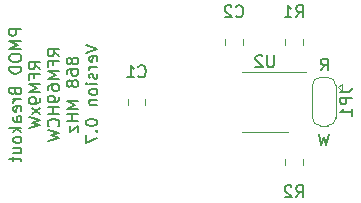
<source format=gbr>
%TF.GenerationSoftware,KiCad,Pcbnew,7.0.10*%
%TF.CreationDate,2024-01-17T19:42:08+01:00*%
%TF.ProjectId,RFM9xW_868,52464d39-7857-45f3-9836-382e6b696361,rev?*%
%TF.SameCoordinates,Original*%
%TF.FileFunction,Legend,Bot*%
%TF.FilePolarity,Positive*%
%FSLAX46Y46*%
G04 Gerber Fmt 4.6, Leading zero omitted, Abs format (unit mm)*
G04 Created by KiCad (PCBNEW 7.0.10) date 2024-01-17 19:42:08*
%MOMM*%
%LPD*%
G01*
G04 APERTURE LIST*
%ADD10C,0.150000*%
%ADD11C,0.120000*%
G04 APERTURE END LIST*
D10*
X120419819Y-43371190D02*
X119419819Y-43371190D01*
X119419819Y-43371190D02*
X119419819Y-43752142D01*
X119419819Y-43752142D02*
X119467438Y-43847380D01*
X119467438Y-43847380D02*
X119515057Y-43894999D01*
X119515057Y-43894999D02*
X119610295Y-43942618D01*
X119610295Y-43942618D02*
X119753152Y-43942618D01*
X119753152Y-43942618D02*
X119848390Y-43894999D01*
X119848390Y-43894999D02*
X119896009Y-43847380D01*
X119896009Y-43847380D02*
X119943628Y-43752142D01*
X119943628Y-43752142D02*
X119943628Y-43371190D01*
X120419819Y-44371190D02*
X119419819Y-44371190D01*
X119419819Y-44371190D02*
X120134104Y-44704523D01*
X120134104Y-44704523D02*
X119419819Y-45037856D01*
X119419819Y-45037856D02*
X120419819Y-45037856D01*
X119419819Y-45704523D02*
X119419819Y-45894999D01*
X119419819Y-45894999D02*
X119467438Y-45990237D01*
X119467438Y-45990237D02*
X119562676Y-46085475D01*
X119562676Y-46085475D02*
X119753152Y-46133094D01*
X119753152Y-46133094D02*
X120086485Y-46133094D01*
X120086485Y-46133094D02*
X120276961Y-46085475D01*
X120276961Y-46085475D02*
X120372200Y-45990237D01*
X120372200Y-45990237D02*
X120419819Y-45894999D01*
X120419819Y-45894999D02*
X120419819Y-45704523D01*
X120419819Y-45704523D02*
X120372200Y-45609285D01*
X120372200Y-45609285D02*
X120276961Y-45514047D01*
X120276961Y-45514047D02*
X120086485Y-45466428D01*
X120086485Y-45466428D02*
X119753152Y-45466428D01*
X119753152Y-45466428D02*
X119562676Y-45514047D01*
X119562676Y-45514047D02*
X119467438Y-45609285D01*
X119467438Y-45609285D02*
X119419819Y-45704523D01*
X120419819Y-46561666D02*
X119419819Y-46561666D01*
X119419819Y-46561666D02*
X119419819Y-46799761D01*
X119419819Y-46799761D02*
X119467438Y-46942618D01*
X119467438Y-46942618D02*
X119562676Y-47037856D01*
X119562676Y-47037856D02*
X119657914Y-47085475D01*
X119657914Y-47085475D02*
X119848390Y-47133094D01*
X119848390Y-47133094D02*
X119991247Y-47133094D01*
X119991247Y-47133094D02*
X120181723Y-47085475D01*
X120181723Y-47085475D02*
X120276961Y-47037856D01*
X120276961Y-47037856D02*
X120372200Y-46942618D01*
X120372200Y-46942618D02*
X120419819Y-46799761D01*
X120419819Y-46799761D02*
X120419819Y-46561666D01*
X119896009Y-48656904D02*
X119943628Y-48799761D01*
X119943628Y-48799761D02*
X119991247Y-48847380D01*
X119991247Y-48847380D02*
X120086485Y-48894999D01*
X120086485Y-48894999D02*
X120229342Y-48894999D01*
X120229342Y-48894999D02*
X120324580Y-48847380D01*
X120324580Y-48847380D02*
X120372200Y-48799761D01*
X120372200Y-48799761D02*
X120419819Y-48704523D01*
X120419819Y-48704523D02*
X120419819Y-48323571D01*
X120419819Y-48323571D02*
X119419819Y-48323571D01*
X119419819Y-48323571D02*
X119419819Y-48656904D01*
X119419819Y-48656904D02*
X119467438Y-48752142D01*
X119467438Y-48752142D02*
X119515057Y-48799761D01*
X119515057Y-48799761D02*
X119610295Y-48847380D01*
X119610295Y-48847380D02*
X119705533Y-48847380D01*
X119705533Y-48847380D02*
X119800771Y-48799761D01*
X119800771Y-48799761D02*
X119848390Y-48752142D01*
X119848390Y-48752142D02*
X119896009Y-48656904D01*
X119896009Y-48656904D02*
X119896009Y-48323571D01*
X120419819Y-49323571D02*
X119753152Y-49323571D01*
X119943628Y-49323571D02*
X119848390Y-49371190D01*
X119848390Y-49371190D02*
X119800771Y-49418809D01*
X119800771Y-49418809D02*
X119753152Y-49514047D01*
X119753152Y-49514047D02*
X119753152Y-49609285D01*
X120372200Y-50323571D02*
X120419819Y-50228333D01*
X120419819Y-50228333D02*
X120419819Y-50037857D01*
X120419819Y-50037857D02*
X120372200Y-49942619D01*
X120372200Y-49942619D02*
X120276961Y-49895000D01*
X120276961Y-49895000D02*
X119896009Y-49895000D01*
X119896009Y-49895000D02*
X119800771Y-49942619D01*
X119800771Y-49942619D02*
X119753152Y-50037857D01*
X119753152Y-50037857D02*
X119753152Y-50228333D01*
X119753152Y-50228333D02*
X119800771Y-50323571D01*
X119800771Y-50323571D02*
X119896009Y-50371190D01*
X119896009Y-50371190D02*
X119991247Y-50371190D01*
X119991247Y-50371190D02*
X120086485Y-49895000D01*
X120419819Y-51228333D02*
X119896009Y-51228333D01*
X119896009Y-51228333D02*
X119800771Y-51180714D01*
X119800771Y-51180714D02*
X119753152Y-51085476D01*
X119753152Y-51085476D02*
X119753152Y-50895000D01*
X119753152Y-50895000D02*
X119800771Y-50799762D01*
X120372200Y-51228333D02*
X120419819Y-51133095D01*
X120419819Y-51133095D02*
X120419819Y-50895000D01*
X120419819Y-50895000D02*
X120372200Y-50799762D01*
X120372200Y-50799762D02*
X120276961Y-50752143D01*
X120276961Y-50752143D02*
X120181723Y-50752143D01*
X120181723Y-50752143D02*
X120086485Y-50799762D01*
X120086485Y-50799762D02*
X120038866Y-50895000D01*
X120038866Y-50895000D02*
X120038866Y-51133095D01*
X120038866Y-51133095D02*
X119991247Y-51228333D01*
X120419819Y-51704524D02*
X119419819Y-51704524D01*
X120038866Y-51799762D02*
X120419819Y-52085476D01*
X119753152Y-52085476D02*
X120134104Y-51704524D01*
X120419819Y-52656905D02*
X120372200Y-52561667D01*
X120372200Y-52561667D02*
X120324580Y-52514048D01*
X120324580Y-52514048D02*
X120229342Y-52466429D01*
X120229342Y-52466429D02*
X119943628Y-52466429D01*
X119943628Y-52466429D02*
X119848390Y-52514048D01*
X119848390Y-52514048D02*
X119800771Y-52561667D01*
X119800771Y-52561667D02*
X119753152Y-52656905D01*
X119753152Y-52656905D02*
X119753152Y-52799762D01*
X119753152Y-52799762D02*
X119800771Y-52895000D01*
X119800771Y-52895000D02*
X119848390Y-52942619D01*
X119848390Y-52942619D02*
X119943628Y-52990238D01*
X119943628Y-52990238D02*
X120229342Y-52990238D01*
X120229342Y-52990238D02*
X120324580Y-52942619D01*
X120324580Y-52942619D02*
X120372200Y-52895000D01*
X120372200Y-52895000D02*
X120419819Y-52799762D01*
X120419819Y-52799762D02*
X120419819Y-52656905D01*
X119753152Y-53847381D02*
X120419819Y-53847381D01*
X119753152Y-53418810D02*
X120276961Y-53418810D01*
X120276961Y-53418810D02*
X120372200Y-53466429D01*
X120372200Y-53466429D02*
X120419819Y-53561667D01*
X120419819Y-53561667D02*
X120419819Y-53704524D01*
X120419819Y-53704524D02*
X120372200Y-53799762D01*
X120372200Y-53799762D02*
X120324580Y-53847381D01*
X119753152Y-54180715D02*
X119753152Y-54561667D01*
X119419819Y-54323572D02*
X120276961Y-54323572D01*
X120276961Y-54323572D02*
X120372200Y-54371191D01*
X120372200Y-54371191D02*
X120419819Y-54466429D01*
X120419819Y-54466429D02*
X120419819Y-54561667D01*
X122029819Y-46752142D02*
X121553628Y-46418809D01*
X122029819Y-46180714D02*
X121029819Y-46180714D01*
X121029819Y-46180714D02*
X121029819Y-46561666D01*
X121029819Y-46561666D02*
X121077438Y-46656904D01*
X121077438Y-46656904D02*
X121125057Y-46704523D01*
X121125057Y-46704523D02*
X121220295Y-46752142D01*
X121220295Y-46752142D02*
X121363152Y-46752142D01*
X121363152Y-46752142D02*
X121458390Y-46704523D01*
X121458390Y-46704523D02*
X121506009Y-46656904D01*
X121506009Y-46656904D02*
X121553628Y-46561666D01*
X121553628Y-46561666D02*
X121553628Y-46180714D01*
X121506009Y-47514047D02*
X121506009Y-47180714D01*
X122029819Y-47180714D02*
X121029819Y-47180714D01*
X121029819Y-47180714D02*
X121029819Y-47656904D01*
X122029819Y-48037857D02*
X121029819Y-48037857D01*
X121029819Y-48037857D02*
X121744104Y-48371190D01*
X121744104Y-48371190D02*
X121029819Y-48704523D01*
X121029819Y-48704523D02*
X122029819Y-48704523D01*
X122029819Y-49228333D02*
X122029819Y-49418809D01*
X122029819Y-49418809D02*
X121982200Y-49514047D01*
X121982200Y-49514047D02*
X121934580Y-49561666D01*
X121934580Y-49561666D02*
X121791723Y-49656904D01*
X121791723Y-49656904D02*
X121601247Y-49704523D01*
X121601247Y-49704523D02*
X121220295Y-49704523D01*
X121220295Y-49704523D02*
X121125057Y-49656904D01*
X121125057Y-49656904D02*
X121077438Y-49609285D01*
X121077438Y-49609285D02*
X121029819Y-49514047D01*
X121029819Y-49514047D02*
X121029819Y-49323571D01*
X121029819Y-49323571D02*
X121077438Y-49228333D01*
X121077438Y-49228333D02*
X121125057Y-49180714D01*
X121125057Y-49180714D02*
X121220295Y-49133095D01*
X121220295Y-49133095D02*
X121458390Y-49133095D01*
X121458390Y-49133095D02*
X121553628Y-49180714D01*
X121553628Y-49180714D02*
X121601247Y-49228333D01*
X121601247Y-49228333D02*
X121648866Y-49323571D01*
X121648866Y-49323571D02*
X121648866Y-49514047D01*
X121648866Y-49514047D02*
X121601247Y-49609285D01*
X121601247Y-49609285D02*
X121553628Y-49656904D01*
X121553628Y-49656904D02*
X121458390Y-49704523D01*
X122029819Y-50037857D02*
X121363152Y-50561666D01*
X121363152Y-50037857D02*
X122029819Y-50561666D01*
X121029819Y-50847381D02*
X122029819Y-51085476D01*
X122029819Y-51085476D02*
X121315533Y-51275952D01*
X121315533Y-51275952D02*
X122029819Y-51466428D01*
X122029819Y-51466428D02*
X121029819Y-51704524D01*
X123639819Y-45656904D02*
X123163628Y-45323571D01*
X123639819Y-45085476D02*
X122639819Y-45085476D01*
X122639819Y-45085476D02*
X122639819Y-45466428D01*
X122639819Y-45466428D02*
X122687438Y-45561666D01*
X122687438Y-45561666D02*
X122735057Y-45609285D01*
X122735057Y-45609285D02*
X122830295Y-45656904D01*
X122830295Y-45656904D02*
X122973152Y-45656904D01*
X122973152Y-45656904D02*
X123068390Y-45609285D01*
X123068390Y-45609285D02*
X123116009Y-45561666D01*
X123116009Y-45561666D02*
X123163628Y-45466428D01*
X123163628Y-45466428D02*
X123163628Y-45085476D01*
X123116009Y-46418809D02*
X123116009Y-46085476D01*
X123639819Y-46085476D02*
X122639819Y-46085476D01*
X122639819Y-46085476D02*
X122639819Y-46561666D01*
X123639819Y-46942619D02*
X122639819Y-46942619D01*
X122639819Y-46942619D02*
X123354104Y-47275952D01*
X123354104Y-47275952D02*
X122639819Y-47609285D01*
X122639819Y-47609285D02*
X123639819Y-47609285D01*
X122639819Y-48514047D02*
X122639819Y-48323571D01*
X122639819Y-48323571D02*
X122687438Y-48228333D01*
X122687438Y-48228333D02*
X122735057Y-48180714D01*
X122735057Y-48180714D02*
X122877914Y-48085476D01*
X122877914Y-48085476D02*
X123068390Y-48037857D01*
X123068390Y-48037857D02*
X123449342Y-48037857D01*
X123449342Y-48037857D02*
X123544580Y-48085476D01*
X123544580Y-48085476D02*
X123592200Y-48133095D01*
X123592200Y-48133095D02*
X123639819Y-48228333D01*
X123639819Y-48228333D02*
X123639819Y-48418809D01*
X123639819Y-48418809D02*
X123592200Y-48514047D01*
X123592200Y-48514047D02*
X123544580Y-48561666D01*
X123544580Y-48561666D02*
X123449342Y-48609285D01*
X123449342Y-48609285D02*
X123211247Y-48609285D01*
X123211247Y-48609285D02*
X123116009Y-48561666D01*
X123116009Y-48561666D02*
X123068390Y-48514047D01*
X123068390Y-48514047D02*
X123020771Y-48418809D01*
X123020771Y-48418809D02*
X123020771Y-48228333D01*
X123020771Y-48228333D02*
X123068390Y-48133095D01*
X123068390Y-48133095D02*
X123116009Y-48085476D01*
X123116009Y-48085476D02*
X123211247Y-48037857D01*
X123639819Y-49085476D02*
X123639819Y-49275952D01*
X123639819Y-49275952D02*
X123592200Y-49371190D01*
X123592200Y-49371190D02*
X123544580Y-49418809D01*
X123544580Y-49418809D02*
X123401723Y-49514047D01*
X123401723Y-49514047D02*
X123211247Y-49561666D01*
X123211247Y-49561666D02*
X122830295Y-49561666D01*
X122830295Y-49561666D02*
X122735057Y-49514047D01*
X122735057Y-49514047D02*
X122687438Y-49466428D01*
X122687438Y-49466428D02*
X122639819Y-49371190D01*
X122639819Y-49371190D02*
X122639819Y-49180714D01*
X122639819Y-49180714D02*
X122687438Y-49085476D01*
X122687438Y-49085476D02*
X122735057Y-49037857D01*
X122735057Y-49037857D02*
X122830295Y-48990238D01*
X122830295Y-48990238D02*
X123068390Y-48990238D01*
X123068390Y-48990238D02*
X123163628Y-49037857D01*
X123163628Y-49037857D02*
X123211247Y-49085476D01*
X123211247Y-49085476D02*
X123258866Y-49180714D01*
X123258866Y-49180714D02*
X123258866Y-49371190D01*
X123258866Y-49371190D02*
X123211247Y-49466428D01*
X123211247Y-49466428D02*
X123163628Y-49514047D01*
X123163628Y-49514047D02*
X123068390Y-49561666D01*
X123639819Y-49990238D02*
X122639819Y-49990238D01*
X123116009Y-49990238D02*
X123116009Y-50561666D01*
X123639819Y-50561666D02*
X122639819Y-50561666D01*
X123544580Y-51609285D02*
X123592200Y-51561666D01*
X123592200Y-51561666D02*
X123639819Y-51418809D01*
X123639819Y-51418809D02*
X123639819Y-51323571D01*
X123639819Y-51323571D02*
X123592200Y-51180714D01*
X123592200Y-51180714D02*
X123496961Y-51085476D01*
X123496961Y-51085476D02*
X123401723Y-51037857D01*
X123401723Y-51037857D02*
X123211247Y-50990238D01*
X123211247Y-50990238D02*
X123068390Y-50990238D01*
X123068390Y-50990238D02*
X122877914Y-51037857D01*
X122877914Y-51037857D02*
X122782676Y-51085476D01*
X122782676Y-51085476D02*
X122687438Y-51180714D01*
X122687438Y-51180714D02*
X122639819Y-51323571D01*
X122639819Y-51323571D02*
X122639819Y-51418809D01*
X122639819Y-51418809D02*
X122687438Y-51561666D01*
X122687438Y-51561666D02*
X122735057Y-51609285D01*
X122639819Y-51942619D02*
X123639819Y-52180714D01*
X123639819Y-52180714D02*
X122925533Y-52371190D01*
X122925533Y-52371190D02*
X123639819Y-52561666D01*
X123639819Y-52561666D02*
X122639819Y-52799762D01*
X124678390Y-45966428D02*
X124630771Y-45871190D01*
X124630771Y-45871190D02*
X124583152Y-45823571D01*
X124583152Y-45823571D02*
X124487914Y-45775952D01*
X124487914Y-45775952D02*
X124440295Y-45775952D01*
X124440295Y-45775952D02*
X124345057Y-45823571D01*
X124345057Y-45823571D02*
X124297438Y-45871190D01*
X124297438Y-45871190D02*
X124249819Y-45966428D01*
X124249819Y-45966428D02*
X124249819Y-46156904D01*
X124249819Y-46156904D02*
X124297438Y-46252142D01*
X124297438Y-46252142D02*
X124345057Y-46299761D01*
X124345057Y-46299761D02*
X124440295Y-46347380D01*
X124440295Y-46347380D02*
X124487914Y-46347380D01*
X124487914Y-46347380D02*
X124583152Y-46299761D01*
X124583152Y-46299761D02*
X124630771Y-46252142D01*
X124630771Y-46252142D02*
X124678390Y-46156904D01*
X124678390Y-46156904D02*
X124678390Y-45966428D01*
X124678390Y-45966428D02*
X124726009Y-45871190D01*
X124726009Y-45871190D02*
X124773628Y-45823571D01*
X124773628Y-45823571D02*
X124868866Y-45775952D01*
X124868866Y-45775952D02*
X125059342Y-45775952D01*
X125059342Y-45775952D02*
X125154580Y-45823571D01*
X125154580Y-45823571D02*
X125202200Y-45871190D01*
X125202200Y-45871190D02*
X125249819Y-45966428D01*
X125249819Y-45966428D02*
X125249819Y-46156904D01*
X125249819Y-46156904D02*
X125202200Y-46252142D01*
X125202200Y-46252142D02*
X125154580Y-46299761D01*
X125154580Y-46299761D02*
X125059342Y-46347380D01*
X125059342Y-46347380D02*
X124868866Y-46347380D01*
X124868866Y-46347380D02*
X124773628Y-46299761D01*
X124773628Y-46299761D02*
X124726009Y-46252142D01*
X124726009Y-46252142D02*
X124678390Y-46156904D01*
X124249819Y-47204523D02*
X124249819Y-47014047D01*
X124249819Y-47014047D02*
X124297438Y-46918809D01*
X124297438Y-46918809D02*
X124345057Y-46871190D01*
X124345057Y-46871190D02*
X124487914Y-46775952D01*
X124487914Y-46775952D02*
X124678390Y-46728333D01*
X124678390Y-46728333D02*
X125059342Y-46728333D01*
X125059342Y-46728333D02*
X125154580Y-46775952D01*
X125154580Y-46775952D02*
X125202200Y-46823571D01*
X125202200Y-46823571D02*
X125249819Y-46918809D01*
X125249819Y-46918809D02*
X125249819Y-47109285D01*
X125249819Y-47109285D02*
X125202200Y-47204523D01*
X125202200Y-47204523D02*
X125154580Y-47252142D01*
X125154580Y-47252142D02*
X125059342Y-47299761D01*
X125059342Y-47299761D02*
X124821247Y-47299761D01*
X124821247Y-47299761D02*
X124726009Y-47252142D01*
X124726009Y-47252142D02*
X124678390Y-47204523D01*
X124678390Y-47204523D02*
X124630771Y-47109285D01*
X124630771Y-47109285D02*
X124630771Y-46918809D01*
X124630771Y-46918809D02*
X124678390Y-46823571D01*
X124678390Y-46823571D02*
X124726009Y-46775952D01*
X124726009Y-46775952D02*
X124821247Y-46728333D01*
X124678390Y-47871190D02*
X124630771Y-47775952D01*
X124630771Y-47775952D02*
X124583152Y-47728333D01*
X124583152Y-47728333D02*
X124487914Y-47680714D01*
X124487914Y-47680714D02*
X124440295Y-47680714D01*
X124440295Y-47680714D02*
X124345057Y-47728333D01*
X124345057Y-47728333D02*
X124297438Y-47775952D01*
X124297438Y-47775952D02*
X124249819Y-47871190D01*
X124249819Y-47871190D02*
X124249819Y-48061666D01*
X124249819Y-48061666D02*
X124297438Y-48156904D01*
X124297438Y-48156904D02*
X124345057Y-48204523D01*
X124345057Y-48204523D02*
X124440295Y-48252142D01*
X124440295Y-48252142D02*
X124487914Y-48252142D01*
X124487914Y-48252142D02*
X124583152Y-48204523D01*
X124583152Y-48204523D02*
X124630771Y-48156904D01*
X124630771Y-48156904D02*
X124678390Y-48061666D01*
X124678390Y-48061666D02*
X124678390Y-47871190D01*
X124678390Y-47871190D02*
X124726009Y-47775952D01*
X124726009Y-47775952D02*
X124773628Y-47728333D01*
X124773628Y-47728333D02*
X124868866Y-47680714D01*
X124868866Y-47680714D02*
X125059342Y-47680714D01*
X125059342Y-47680714D02*
X125154580Y-47728333D01*
X125154580Y-47728333D02*
X125202200Y-47775952D01*
X125202200Y-47775952D02*
X125249819Y-47871190D01*
X125249819Y-47871190D02*
X125249819Y-48061666D01*
X125249819Y-48061666D02*
X125202200Y-48156904D01*
X125202200Y-48156904D02*
X125154580Y-48204523D01*
X125154580Y-48204523D02*
X125059342Y-48252142D01*
X125059342Y-48252142D02*
X124868866Y-48252142D01*
X124868866Y-48252142D02*
X124773628Y-48204523D01*
X124773628Y-48204523D02*
X124726009Y-48156904D01*
X124726009Y-48156904D02*
X124678390Y-48061666D01*
X125249819Y-49442619D02*
X124249819Y-49442619D01*
X124249819Y-49442619D02*
X124964104Y-49775952D01*
X124964104Y-49775952D02*
X124249819Y-50109285D01*
X124249819Y-50109285D02*
X125249819Y-50109285D01*
X125249819Y-50585476D02*
X124249819Y-50585476D01*
X124726009Y-50585476D02*
X124726009Y-51156904D01*
X125249819Y-51156904D02*
X124249819Y-51156904D01*
X124583152Y-51537857D02*
X124583152Y-52061666D01*
X124583152Y-52061666D02*
X125249819Y-51537857D01*
X125249819Y-51537857D02*
X125249819Y-52061666D01*
X125859819Y-44704524D02*
X126859819Y-45037857D01*
X126859819Y-45037857D02*
X125859819Y-45371190D01*
X126812200Y-46085476D02*
X126859819Y-45990238D01*
X126859819Y-45990238D02*
X126859819Y-45799762D01*
X126859819Y-45799762D02*
X126812200Y-45704524D01*
X126812200Y-45704524D02*
X126716961Y-45656905D01*
X126716961Y-45656905D02*
X126336009Y-45656905D01*
X126336009Y-45656905D02*
X126240771Y-45704524D01*
X126240771Y-45704524D02*
X126193152Y-45799762D01*
X126193152Y-45799762D02*
X126193152Y-45990238D01*
X126193152Y-45990238D02*
X126240771Y-46085476D01*
X126240771Y-46085476D02*
X126336009Y-46133095D01*
X126336009Y-46133095D02*
X126431247Y-46133095D01*
X126431247Y-46133095D02*
X126526485Y-45656905D01*
X126859819Y-46561667D02*
X126193152Y-46561667D01*
X126383628Y-46561667D02*
X126288390Y-46609286D01*
X126288390Y-46609286D02*
X126240771Y-46656905D01*
X126240771Y-46656905D02*
X126193152Y-46752143D01*
X126193152Y-46752143D02*
X126193152Y-46847381D01*
X126812200Y-47133096D02*
X126859819Y-47228334D01*
X126859819Y-47228334D02*
X126859819Y-47418810D01*
X126859819Y-47418810D02*
X126812200Y-47514048D01*
X126812200Y-47514048D02*
X126716961Y-47561667D01*
X126716961Y-47561667D02*
X126669342Y-47561667D01*
X126669342Y-47561667D02*
X126574104Y-47514048D01*
X126574104Y-47514048D02*
X126526485Y-47418810D01*
X126526485Y-47418810D02*
X126526485Y-47275953D01*
X126526485Y-47275953D02*
X126478866Y-47180715D01*
X126478866Y-47180715D02*
X126383628Y-47133096D01*
X126383628Y-47133096D02*
X126336009Y-47133096D01*
X126336009Y-47133096D02*
X126240771Y-47180715D01*
X126240771Y-47180715D02*
X126193152Y-47275953D01*
X126193152Y-47275953D02*
X126193152Y-47418810D01*
X126193152Y-47418810D02*
X126240771Y-47514048D01*
X126859819Y-47990239D02*
X126193152Y-47990239D01*
X125859819Y-47990239D02*
X125907438Y-47942620D01*
X125907438Y-47942620D02*
X125955057Y-47990239D01*
X125955057Y-47990239D02*
X125907438Y-48037858D01*
X125907438Y-48037858D02*
X125859819Y-47990239D01*
X125859819Y-47990239D02*
X125955057Y-47990239D01*
X126859819Y-48609286D02*
X126812200Y-48514048D01*
X126812200Y-48514048D02*
X126764580Y-48466429D01*
X126764580Y-48466429D02*
X126669342Y-48418810D01*
X126669342Y-48418810D02*
X126383628Y-48418810D01*
X126383628Y-48418810D02*
X126288390Y-48466429D01*
X126288390Y-48466429D02*
X126240771Y-48514048D01*
X126240771Y-48514048D02*
X126193152Y-48609286D01*
X126193152Y-48609286D02*
X126193152Y-48752143D01*
X126193152Y-48752143D02*
X126240771Y-48847381D01*
X126240771Y-48847381D02*
X126288390Y-48895000D01*
X126288390Y-48895000D02*
X126383628Y-48942619D01*
X126383628Y-48942619D02*
X126669342Y-48942619D01*
X126669342Y-48942619D02*
X126764580Y-48895000D01*
X126764580Y-48895000D02*
X126812200Y-48847381D01*
X126812200Y-48847381D02*
X126859819Y-48752143D01*
X126859819Y-48752143D02*
X126859819Y-48609286D01*
X126193152Y-49371191D02*
X126859819Y-49371191D01*
X126288390Y-49371191D02*
X126240771Y-49418810D01*
X126240771Y-49418810D02*
X126193152Y-49514048D01*
X126193152Y-49514048D02*
X126193152Y-49656905D01*
X126193152Y-49656905D02*
X126240771Y-49752143D01*
X126240771Y-49752143D02*
X126336009Y-49799762D01*
X126336009Y-49799762D02*
X126859819Y-49799762D01*
X125859819Y-51228334D02*
X125859819Y-51323572D01*
X125859819Y-51323572D02*
X125907438Y-51418810D01*
X125907438Y-51418810D02*
X125955057Y-51466429D01*
X125955057Y-51466429D02*
X126050295Y-51514048D01*
X126050295Y-51514048D02*
X126240771Y-51561667D01*
X126240771Y-51561667D02*
X126478866Y-51561667D01*
X126478866Y-51561667D02*
X126669342Y-51514048D01*
X126669342Y-51514048D02*
X126764580Y-51466429D01*
X126764580Y-51466429D02*
X126812200Y-51418810D01*
X126812200Y-51418810D02*
X126859819Y-51323572D01*
X126859819Y-51323572D02*
X126859819Y-51228334D01*
X126859819Y-51228334D02*
X126812200Y-51133096D01*
X126812200Y-51133096D02*
X126764580Y-51085477D01*
X126764580Y-51085477D02*
X126669342Y-51037858D01*
X126669342Y-51037858D02*
X126478866Y-50990239D01*
X126478866Y-50990239D02*
X126240771Y-50990239D01*
X126240771Y-50990239D02*
X126050295Y-51037858D01*
X126050295Y-51037858D02*
X125955057Y-51085477D01*
X125955057Y-51085477D02*
X125907438Y-51133096D01*
X125907438Y-51133096D02*
X125859819Y-51228334D01*
X126764580Y-51990239D02*
X126812200Y-52037858D01*
X126812200Y-52037858D02*
X126859819Y-51990239D01*
X126859819Y-51990239D02*
X126812200Y-51942620D01*
X126812200Y-51942620D02*
X126764580Y-51990239D01*
X126764580Y-51990239D02*
X126859819Y-51990239D01*
X125859819Y-52371191D02*
X125859819Y-53037857D01*
X125859819Y-53037857D02*
X126859819Y-52609286D01*
X146443458Y-52209819D02*
X146205363Y-53209819D01*
X146205363Y-53209819D02*
X146014887Y-52495533D01*
X146014887Y-52495533D02*
X145824411Y-53209819D01*
X145824411Y-53209819D02*
X145586316Y-52209819D01*
X145776792Y-46859819D02*
X146110125Y-46383628D01*
X146348220Y-46859819D02*
X146348220Y-45859819D01*
X146348220Y-45859819D02*
X145967268Y-45859819D01*
X145967268Y-45859819D02*
X145872030Y-45907438D01*
X145872030Y-45907438D02*
X145824411Y-45955057D01*
X145824411Y-45955057D02*
X145776792Y-46050295D01*
X145776792Y-46050295D02*
X145776792Y-46193152D01*
X145776792Y-46193152D02*
X145824411Y-46288390D01*
X145824411Y-46288390D02*
X145872030Y-46336009D01*
X145872030Y-46336009D02*
X145967268Y-46383628D01*
X145967268Y-46383628D02*
X146348220Y-46383628D01*
X147409819Y-48696666D02*
X148124104Y-48696666D01*
X148124104Y-48696666D02*
X148266961Y-48649047D01*
X148266961Y-48649047D02*
X148362200Y-48553809D01*
X148362200Y-48553809D02*
X148409819Y-48410952D01*
X148409819Y-48410952D02*
X148409819Y-48315714D01*
X148409819Y-49172857D02*
X147409819Y-49172857D01*
X147409819Y-49172857D02*
X147409819Y-49553809D01*
X147409819Y-49553809D02*
X147457438Y-49649047D01*
X147457438Y-49649047D02*
X147505057Y-49696666D01*
X147505057Y-49696666D02*
X147600295Y-49744285D01*
X147600295Y-49744285D02*
X147743152Y-49744285D01*
X147743152Y-49744285D02*
X147838390Y-49696666D01*
X147838390Y-49696666D02*
X147886009Y-49649047D01*
X147886009Y-49649047D02*
X147933628Y-49553809D01*
X147933628Y-49553809D02*
X147933628Y-49172857D01*
X148409819Y-50696666D02*
X148409819Y-50125238D01*
X148409819Y-50410952D02*
X147409819Y-50410952D01*
X147409819Y-50410952D02*
X147552676Y-50315714D01*
X147552676Y-50315714D02*
X147647914Y-50220476D01*
X147647914Y-50220476D02*
X147695533Y-50125238D01*
X130341666Y-47349580D02*
X130389285Y-47397200D01*
X130389285Y-47397200D02*
X130532142Y-47444819D01*
X130532142Y-47444819D02*
X130627380Y-47444819D01*
X130627380Y-47444819D02*
X130770237Y-47397200D01*
X130770237Y-47397200D02*
X130865475Y-47301961D01*
X130865475Y-47301961D02*
X130913094Y-47206723D01*
X130913094Y-47206723D02*
X130960713Y-47016247D01*
X130960713Y-47016247D02*
X130960713Y-46873390D01*
X130960713Y-46873390D02*
X130913094Y-46682914D01*
X130913094Y-46682914D02*
X130865475Y-46587676D01*
X130865475Y-46587676D02*
X130770237Y-46492438D01*
X130770237Y-46492438D02*
X130627380Y-46444819D01*
X130627380Y-46444819D02*
X130532142Y-46444819D01*
X130532142Y-46444819D02*
X130389285Y-46492438D01*
X130389285Y-46492438D02*
X130341666Y-46540057D01*
X129389285Y-47444819D02*
X129960713Y-47444819D01*
X129674999Y-47444819D02*
X129674999Y-46444819D01*
X129674999Y-46444819D02*
X129770237Y-46587676D01*
X129770237Y-46587676D02*
X129865475Y-46682914D01*
X129865475Y-46682914D02*
X129960713Y-46730533D01*
X143676666Y-57604819D02*
X144009999Y-57128628D01*
X144248094Y-57604819D02*
X144248094Y-56604819D01*
X144248094Y-56604819D02*
X143867142Y-56604819D01*
X143867142Y-56604819D02*
X143771904Y-56652438D01*
X143771904Y-56652438D02*
X143724285Y-56700057D01*
X143724285Y-56700057D02*
X143676666Y-56795295D01*
X143676666Y-56795295D02*
X143676666Y-56938152D01*
X143676666Y-56938152D02*
X143724285Y-57033390D01*
X143724285Y-57033390D02*
X143771904Y-57081009D01*
X143771904Y-57081009D02*
X143867142Y-57128628D01*
X143867142Y-57128628D02*
X144248094Y-57128628D01*
X143295713Y-56700057D02*
X143248094Y-56652438D01*
X143248094Y-56652438D02*
X143152856Y-56604819D01*
X143152856Y-56604819D02*
X142914761Y-56604819D01*
X142914761Y-56604819D02*
X142819523Y-56652438D01*
X142819523Y-56652438D02*
X142771904Y-56700057D01*
X142771904Y-56700057D02*
X142724285Y-56795295D01*
X142724285Y-56795295D02*
X142724285Y-56890533D01*
X142724285Y-56890533D02*
X142771904Y-57033390D01*
X142771904Y-57033390D02*
X143343332Y-57604819D01*
X143343332Y-57604819D02*
X142724285Y-57604819D01*
X143676666Y-42364819D02*
X144009999Y-41888628D01*
X144248094Y-42364819D02*
X144248094Y-41364819D01*
X144248094Y-41364819D02*
X143867142Y-41364819D01*
X143867142Y-41364819D02*
X143771904Y-41412438D01*
X143771904Y-41412438D02*
X143724285Y-41460057D01*
X143724285Y-41460057D02*
X143676666Y-41555295D01*
X143676666Y-41555295D02*
X143676666Y-41698152D01*
X143676666Y-41698152D02*
X143724285Y-41793390D01*
X143724285Y-41793390D02*
X143771904Y-41841009D01*
X143771904Y-41841009D02*
X143867142Y-41888628D01*
X143867142Y-41888628D02*
X144248094Y-41888628D01*
X142724285Y-42364819D02*
X143295713Y-42364819D01*
X143009999Y-42364819D02*
X143009999Y-41364819D01*
X143009999Y-41364819D02*
X143105237Y-41507676D01*
X143105237Y-41507676D02*
X143200475Y-41602914D01*
X143200475Y-41602914D02*
X143295713Y-41650533D01*
X138596666Y-42269580D02*
X138644285Y-42317200D01*
X138644285Y-42317200D02*
X138787142Y-42364819D01*
X138787142Y-42364819D02*
X138882380Y-42364819D01*
X138882380Y-42364819D02*
X139025237Y-42317200D01*
X139025237Y-42317200D02*
X139120475Y-42221961D01*
X139120475Y-42221961D02*
X139168094Y-42126723D01*
X139168094Y-42126723D02*
X139215713Y-41936247D01*
X139215713Y-41936247D02*
X139215713Y-41793390D01*
X139215713Y-41793390D02*
X139168094Y-41602914D01*
X139168094Y-41602914D02*
X139120475Y-41507676D01*
X139120475Y-41507676D02*
X139025237Y-41412438D01*
X139025237Y-41412438D02*
X138882380Y-41364819D01*
X138882380Y-41364819D02*
X138787142Y-41364819D01*
X138787142Y-41364819D02*
X138644285Y-41412438D01*
X138644285Y-41412438D02*
X138596666Y-41460057D01*
X138215713Y-41460057D02*
X138168094Y-41412438D01*
X138168094Y-41412438D02*
X138072856Y-41364819D01*
X138072856Y-41364819D02*
X137834761Y-41364819D01*
X137834761Y-41364819D02*
X137739523Y-41412438D01*
X137739523Y-41412438D02*
X137691904Y-41460057D01*
X137691904Y-41460057D02*
X137644285Y-41555295D01*
X137644285Y-41555295D02*
X137644285Y-41650533D01*
X137644285Y-41650533D02*
X137691904Y-41793390D01*
X137691904Y-41793390D02*
X138263332Y-42364819D01*
X138263332Y-42364819D02*
X137644285Y-42364819D01*
X141816904Y-45584819D02*
X141816904Y-46394342D01*
X141816904Y-46394342D02*
X141769285Y-46489580D01*
X141769285Y-46489580D02*
X141721666Y-46537200D01*
X141721666Y-46537200D02*
X141626428Y-46584819D01*
X141626428Y-46584819D02*
X141435952Y-46584819D01*
X141435952Y-46584819D02*
X141340714Y-46537200D01*
X141340714Y-46537200D02*
X141293095Y-46489580D01*
X141293095Y-46489580D02*
X141245476Y-46394342D01*
X141245476Y-46394342D02*
X141245476Y-45584819D01*
X140816904Y-45680057D02*
X140769285Y-45632438D01*
X140769285Y-45632438D02*
X140674047Y-45584819D01*
X140674047Y-45584819D02*
X140435952Y-45584819D01*
X140435952Y-45584819D02*
X140340714Y-45632438D01*
X140340714Y-45632438D02*
X140293095Y-45680057D01*
X140293095Y-45680057D02*
X140245476Y-45775295D01*
X140245476Y-45775295D02*
X140245476Y-45870533D01*
X140245476Y-45870533D02*
X140293095Y-46013390D01*
X140293095Y-46013390D02*
X140864523Y-46584819D01*
X140864523Y-46584819D02*
X140245476Y-46584819D01*
D11*
%TO.C,JP1*%
X146350000Y-47450000D02*
X145750000Y-47450000D01*
X147550000Y-48000000D02*
X147550000Y-48600000D01*
X145050000Y-48100000D02*
X145050000Y-50900000D01*
X147250000Y-48300000D02*
X147550000Y-48000000D01*
X147250000Y-48300000D02*
X147550000Y-48600000D01*
X147050000Y-50900000D02*
X147050000Y-48100000D01*
X145750000Y-51550000D02*
X146350000Y-51550000D01*
X147050000Y-48150000D02*
G75*
G03*
X146350000Y-47450000I-699999J1D01*
G01*
X145750000Y-47450000D02*
G75*
G03*
X145050000Y-48150000I-1J-699999D01*
G01*
X146350000Y-51550000D02*
G75*
G03*
X147050000Y-50850000I0J700000D01*
G01*
X145050000Y-50850000D02*
G75*
G03*
X145750000Y-51550000I700000J0D01*
G01*
%TO.C,C1*%
X129440000Y-49791252D02*
X129440000Y-49268748D01*
X130910000Y-49791252D02*
X130910000Y-49268748D01*
%TO.C,R2*%
X144245000Y-54382936D02*
X144245000Y-54837064D01*
X142775000Y-54382936D02*
X142775000Y-54837064D01*
%TO.C,R1*%
X144245000Y-44222936D02*
X144245000Y-44677064D01*
X142775000Y-44222936D02*
X142775000Y-44677064D01*
%TO.C,C2*%
X137695000Y-44711252D02*
X137695000Y-44188748D01*
X139165000Y-44711252D02*
X139165000Y-44188748D01*
%TO.C,U2*%
X141055000Y-52090000D02*
X143005000Y-52090000D01*
X141055000Y-52090000D02*
X139105000Y-52090000D01*
X141055000Y-46970000D02*
X144505000Y-46970000D01*
X141055000Y-46970000D02*
X139105000Y-46970000D01*
%TD*%
M02*

</source>
